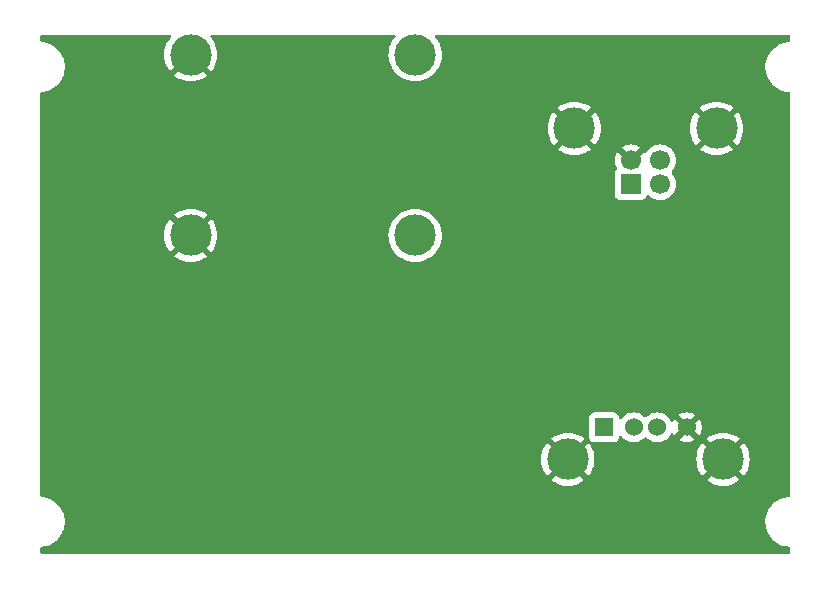
<source format=gtl>
%TF.GenerationSoftware,KiCad,Pcbnew,(6.0.9)*%
%TF.CreationDate,2023-04-03T22:02:57+03:00*%
%TF.ProjectId,USB_Power_Injector_2_Layer_V1.0,5553425f-506f-4776-9572-5f496e6a6563,rev?*%
%TF.SameCoordinates,PX70ea914PY7952f5c*%
%TF.FileFunction,Copper,L1,Top*%
%TF.FilePolarity,Positive*%
%FSLAX46Y46*%
G04 Gerber Fmt 4.6, Leading zero omitted, Abs format (unit mm)*
G04 Created by KiCad (PCBNEW (6.0.9)) date 2023-04-03 22:02:57*
%MOMM*%
%LPD*%
G01*
G04 APERTURE LIST*
%TA.AperFunction,ComponentPad*%
%ADD10R,1.524000X1.524000*%
%TD*%
%TA.AperFunction,ComponentPad*%
%ADD11C,1.524000*%
%TD*%
%TA.AperFunction,ComponentPad*%
%ADD12C,3.500000*%
%TD*%
%TA.AperFunction,ComponentPad*%
%ADD13R,1.700000X1.700000*%
%TD*%
%TA.AperFunction,ComponentPad*%
%ADD14C,1.700000*%
%TD*%
G04 APERTURE END LIST*
D10*
%TO.P,J4,1,VBUS*%
%TO.N,/USB_POWER*%
X47750020Y8000000D03*
D11*
%TO.P,J4,2,D-*%
%TO.N,/D_N*%
X50250020Y8000000D03*
%TO.P,J4,3,D+*%
%TO.N,/D_P*%
X52250020Y8000000D03*
%TO.P,J4,4,GND*%
%TO.N,GND*%
X54750020Y8000000D03*
D12*
%TO.P,J4,5,Shield*%
X57820020Y5290000D03*
X44680020Y5290000D03*
%TD*%
%TO.P,J2,1,Pin_1*%
%TO.N,GND*%
X12750020Y24250000D03*
X12750020Y39550000D03*
%TD*%
D13*
%TO.P,J3,1,VBUS*%
%TO.N,unconnected-(J3-Pad1)*%
X50000020Y28600000D03*
D14*
%TO.P,J3,2,D-*%
%TO.N,/D_N*%
X52500020Y28600000D03*
%TO.P,J3,3,D+*%
%TO.N,/D_P*%
X52500020Y30600000D03*
%TO.P,J3,4,GND*%
%TO.N,GND*%
X50000020Y30600000D03*
D12*
%TO.P,J3,5,Shield*%
X45230020Y33310000D03*
X57270020Y33310000D03*
%TD*%
%TO.P,J1,1,Pin_1*%
%TO.N,/USB_POWER*%
X31750020Y24250000D03*
X31750020Y39550000D03*
%TD*%
%TA.AperFunction,Conductor*%
%TO.N,GND*%
G36*
X11037815Y41229498D02*
G01*
X11084308Y41175842D01*
X11094412Y41105568D01*
X11064426Y41040423D01*
X10963870Y40925760D01*
X10958852Y40919221D01*
X10799576Y40680847D01*
X10795455Y40673710D01*
X10668653Y40416580D01*
X10665507Y40408985D01*
X10573350Y40137502D01*
X10571217Y40129542D01*
X10515286Y39848357D01*
X10514212Y39840199D01*
X10495462Y39554119D01*
X10495462Y39545881D01*
X10514212Y39259801D01*
X10515286Y39251643D01*
X10571217Y38970458D01*
X10573350Y38962498D01*
X10665507Y38691015D01*
X10668653Y38683420D01*
X10795455Y38426290D01*
X10799576Y38419153D01*
X10958851Y38180782D01*
X10963869Y38174242D01*
X10978480Y38157581D01*
X10991718Y38149184D01*
X11001485Y38155018D01*
X12660925Y39814458D01*
X12723237Y39848484D01*
X12794052Y39843419D01*
X12839115Y39814458D01*
X14496802Y38156771D01*
X14510563Y38149257D01*
X14519924Y38155715D01*
X14536171Y38174242D01*
X14541189Y38180782D01*
X14700464Y38419153D01*
X14704585Y38426290D01*
X14831387Y38683420D01*
X14834533Y38691015D01*
X14926690Y38962498D01*
X14928823Y38970458D01*
X14984754Y39251643D01*
X14985828Y39259801D01*
X15004578Y39545881D01*
X15004578Y39554119D01*
X14985828Y39840199D01*
X14984754Y39848357D01*
X14928823Y40129542D01*
X14926690Y40137502D01*
X14834533Y40408985D01*
X14831387Y40416580D01*
X14704585Y40673710D01*
X14700464Y40680847D01*
X14541188Y40919221D01*
X14536170Y40925760D01*
X14435614Y41040423D01*
X14405737Y41104827D01*
X14415423Y41175160D01*
X14461596Y41229091D01*
X14530346Y41249500D01*
X29969029Y41249500D01*
X30037150Y41229498D01*
X30083643Y41175842D01*
X30093747Y41105568D01*
X30063761Y41040422D01*
X29960747Y40922957D01*
X29796848Y40677664D01*
X29795024Y40673965D01*
X29795021Y40673960D01*
X29672179Y40424861D01*
X29666368Y40413077D01*
X29665045Y40409179D01*
X29665044Y40409177D01*
X29573220Y40138673D01*
X29571539Y40133722D01*
X29570735Y40129678D01*
X29570733Y40129672D01*
X29532405Y39936980D01*
X29513986Y39844380D01*
X29513717Y39840269D01*
X29513716Y39840265D01*
X29504385Y39697900D01*
X29494691Y39550000D01*
X29513986Y39255620D01*
X29514790Y39251580D01*
X29514790Y39251577D01*
X29570708Y38970458D01*
X29571539Y38966278D01*
X29572865Y38962372D01*
X29572866Y38962368D01*
X29590000Y38911893D01*
X29666368Y38686923D01*
X29668189Y38683230D01*
X29668190Y38683228D01*
X29764641Y38487646D01*
X29796848Y38422336D01*
X29960747Y38177043D01*
X29963461Y38173949D01*
X29963465Y38173943D01*
X30077765Y38043610D01*
X30155262Y37955242D01*
X30158351Y37952533D01*
X30373963Y37763445D01*
X30373969Y37763441D01*
X30377063Y37760727D01*
X30380489Y37758438D01*
X30380494Y37758434D01*
X30564559Y37635446D01*
X30622355Y37596828D01*
X30626054Y37595004D01*
X30626059Y37595001D01*
X30882309Y37468633D01*
X30886943Y37466348D01*
X30890841Y37465025D01*
X30890843Y37465024D01*
X31162388Y37372846D01*
X31162392Y37372845D01*
X31166298Y37371519D01*
X31170342Y37370715D01*
X31170348Y37370713D01*
X31451597Y37314770D01*
X31451600Y37314770D01*
X31455640Y37313966D01*
X31459751Y37313697D01*
X31459755Y37313696D01*
X31745901Y37294941D01*
X31750020Y37294671D01*
X31754139Y37294941D01*
X32040285Y37313696D01*
X32040289Y37313697D01*
X32044400Y37313966D01*
X32048440Y37314770D01*
X32048443Y37314770D01*
X32329692Y37370713D01*
X32329698Y37370715D01*
X32333742Y37371519D01*
X32337648Y37372845D01*
X32337652Y37372846D01*
X32609197Y37465024D01*
X32609199Y37465025D01*
X32613097Y37466348D01*
X32617731Y37468633D01*
X32873981Y37595001D01*
X32873986Y37595004D01*
X32877685Y37596828D01*
X32935481Y37635446D01*
X33119546Y37758434D01*
X33119551Y37758438D01*
X33122977Y37760727D01*
X33126071Y37763441D01*
X33126077Y37763445D01*
X33341689Y37952533D01*
X33344778Y37955242D01*
X33422275Y38043610D01*
X33536575Y38173943D01*
X33536579Y38173949D01*
X33539293Y38177043D01*
X33703192Y38422336D01*
X33735400Y38487646D01*
X33831850Y38683228D01*
X33831851Y38683230D01*
X33833672Y38686923D01*
X33910040Y38911893D01*
X33927174Y38962368D01*
X33927175Y38962372D01*
X33928501Y38966278D01*
X33929333Y38970458D01*
X33985250Y39251577D01*
X33985250Y39251580D01*
X33986054Y39255620D01*
X34005349Y39550000D01*
X33995655Y39697900D01*
X33986324Y39840265D01*
X33986323Y39840269D01*
X33986054Y39844380D01*
X33967635Y39936980D01*
X33929307Y40129672D01*
X33929305Y40129678D01*
X33928501Y40133722D01*
X33926821Y40138673D01*
X33834996Y40409177D01*
X33834995Y40409179D01*
X33833672Y40413077D01*
X33827861Y40424861D01*
X33705019Y40673960D01*
X33705016Y40673965D01*
X33703192Y40677664D01*
X33539293Y40922957D01*
X33436279Y41040422D01*
X33406402Y41104827D01*
X33416088Y41175159D01*
X33462261Y41229091D01*
X33531011Y41249500D01*
X63402700Y41249500D01*
X63470821Y41229498D01*
X63517314Y41175842D01*
X63528700Y41123500D01*
X63528700Y40725066D01*
X63508698Y40656945D01*
X63455042Y40610452D01*
X63411270Y40599358D01*
X63218560Y40586220D01*
X63218554Y40586219D01*
X63214283Y40585928D01*
X63210088Y40585059D01*
X63210086Y40585059D01*
X63074058Y40556889D01*
X62933834Y40527850D01*
X62663862Y40432248D01*
X62409362Y40300891D01*
X62405861Y40298430D01*
X62405857Y40298428D01*
X62178549Y40138673D01*
X62178543Y40138668D01*
X62175044Y40136209D01*
X62096201Y40062943D01*
X61988452Y39962817D01*
X61965244Y39941251D01*
X61962530Y39937935D01*
X61962527Y39937932D01*
X61949276Y39921742D01*
X61783843Y39719623D01*
X61634200Y39475427D01*
X61632473Y39471493D01*
X61632472Y39471491D01*
X61625600Y39455835D01*
X61519082Y39213182D01*
X61440620Y38937739D01*
X61400266Y38654196D01*
X61398767Y38367800D01*
X61399326Y38363556D01*
X61399326Y38363552D01*
X61415719Y38239031D01*
X61436149Y38083851D01*
X61511722Y37807602D01*
X61513406Y37803654D01*
X61600647Y37599122D01*
X61624088Y37544165D01*
X61771166Y37298415D01*
X61773850Y37295064D01*
X61773852Y37295062D01*
X61782690Y37284031D01*
X61950235Y37074900D01*
X62157982Y36877755D01*
X62390563Y36710629D01*
X62643673Y36576614D01*
X62912630Y36478190D01*
X63192456Y36417178D01*
X63231921Y36414072D01*
X63412586Y36399853D01*
X63478927Y36374567D01*
X63521067Y36317429D01*
X63528700Y36274241D01*
X63528700Y2225066D01*
X63508698Y2156945D01*
X63455042Y2110452D01*
X63411270Y2099358D01*
X63218560Y2086220D01*
X63218554Y2086219D01*
X63214283Y2085928D01*
X63210088Y2085059D01*
X63210086Y2085059D01*
X63074058Y2056889D01*
X62933834Y2027850D01*
X62663862Y1932248D01*
X62409362Y1800891D01*
X62405861Y1798430D01*
X62405857Y1798428D01*
X62178549Y1638673D01*
X62178543Y1638668D01*
X62175044Y1636209D01*
X61965244Y1441251D01*
X61962530Y1437935D01*
X61962527Y1437932D01*
X61949276Y1421742D01*
X61783843Y1219623D01*
X61634200Y975427D01*
X61632473Y971493D01*
X61632472Y971491D01*
X61625600Y955835D01*
X61519082Y713182D01*
X61440620Y437739D01*
X61400266Y154196D01*
X61398767Y-132200D01*
X61399326Y-136444D01*
X61399326Y-136448D01*
X61415719Y-260969D01*
X61436149Y-416149D01*
X61511722Y-692398D01*
X61513406Y-696346D01*
X61603730Y-908106D01*
X61624088Y-955835D01*
X61771166Y-1201585D01*
X61950235Y-1425100D01*
X62157982Y-1622245D01*
X62390563Y-1789371D01*
X62643673Y-1923386D01*
X62912630Y-2021810D01*
X63192456Y-2082822D01*
X63231921Y-2085928D01*
X63412586Y-2100147D01*
X63478927Y-2125433D01*
X63521067Y-2182571D01*
X63528700Y-2225759D01*
X63528700Y-2623500D01*
X63508698Y-2691621D01*
X63455042Y-2738114D01*
X63402700Y-2749500D01*
X154700Y-2749500D01*
X86579Y-2729498D01*
X40086Y-2675842D01*
X28700Y-2623500D01*
X28700Y-2221155D01*
X48702Y-2153034D01*
X102358Y-2106541D01*
X146130Y-2095447D01*
X281480Y-2086220D01*
X281486Y-2086219D01*
X285757Y-2085928D01*
X289952Y-2085059D01*
X289954Y-2085059D01*
X425981Y-2056889D01*
X566206Y-2027850D01*
X836178Y-1932248D01*
X1090678Y-1800891D01*
X1094179Y-1798430D01*
X1094183Y-1798428D01*
X1321491Y-1638673D01*
X1321497Y-1638668D01*
X1324996Y-1636209D01*
X1403839Y-1562943D01*
X1531653Y-1444172D01*
X1531656Y-1444169D01*
X1534796Y-1441251D01*
X1545595Y-1428058D01*
X1713481Y-1222941D01*
X1716197Y-1219623D01*
X1865840Y-975427D01*
X1872822Y-959522D01*
X1979234Y-717110D01*
X1979235Y-717106D01*
X1980958Y-713182D01*
X2059420Y-437739D01*
X2099774Y-154196D01*
X2101273Y132200D01*
X2099215Y147837D01*
X2082129Y277612D01*
X2063891Y416149D01*
X1988318Y692398D01*
X1875952Y955835D01*
X1728874Y1201585D01*
X1549805Y1425100D01*
X1342058Y1622245D01*
X1109477Y1789371D01*
X856367Y1923386D01*
X587410Y2021810D01*
X307584Y2082822D01*
X144812Y2095633D01*
X78473Y2120917D01*
X36333Y2178055D01*
X28700Y2221244D01*
X28700Y3529457D01*
X43279277Y3529457D01*
X43285735Y3520096D01*
X43304262Y3503849D01*
X43310802Y3498831D01*
X43549173Y3339556D01*
X43556310Y3335435D01*
X43813440Y3208633D01*
X43821035Y3205487D01*
X44092518Y3113330D01*
X44100478Y3111197D01*
X44381663Y3055266D01*
X44389821Y3054192D01*
X44675901Y3035442D01*
X44684139Y3035442D01*
X44970219Y3054192D01*
X44978377Y3055266D01*
X45259562Y3111197D01*
X45267522Y3113330D01*
X45539005Y3205487D01*
X45546600Y3208633D01*
X45803730Y3335435D01*
X45810867Y3339556D01*
X46049238Y3498831D01*
X46055778Y3503849D01*
X46072439Y3518460D01*
X46079415Y3529457D01*
X56419277Y3529457D01*
X56425735Y3520096D01*
X56444262Y3503849D01*
X56450802Y3498831D01*
X56689173Y3339556D01*
X56696310Y3335435D01*
X56953440Y3208633D01*
X56961035Y3205487D01*
X57232518Y3113330D01*
X57240478Y3111197D01*
X57521663Y3055266D01*
X57529821Y3054192D01*
X57815901Y3035442D01*
X57824139Y3035442D01*
X58110219Y3054192D01*
X58118377Y3055266D01*
X58399562Y3111197D01*
X58407522Y3113330D01*
X58679005Y3205487D01*
X58686600Y3208633D01*
X58943730Y3335435D01*
X58950867Y3339556D01*
X59189238Y3498831D01*
X59195778Y3503849D01*
X59212439Y3518460D01*
X59220836Y3531698D01*
X59215002Y3541465D01*
X57832832Y4923635D01*
X57818888Y4931249D01*
X57817055Y4931118D01*
X57810440Y4926867D01*
X56426791Y3543218D01*
X56419277Y3529457D01*
X46079415Y3529457D01*
X46080836Y3531698D01*
X46075002Y3541465D01*
X44692832Y4923635D01*
X44678888Y4931249D01*
X44677055Y4931118D01*
X44670440Y4926867D01*
X43286791Y3543218D01*
X43279277Y3529457D01*
X28700Y3529457D01*
X28700Y5285881D01*
X42425462Y5285881D01*
X42444212Y4999801D01*
X42445286Y4991643D01*
X42501217Y4710458D01*
X42503350Y4702498D01*
X42595507Y4431015D01*
X42598653Y4423420D01*
X42725455Y4166290D01*
X42729576Y4159153D01*
X42888851Y3920782D01*
X42893869Y3914242D01*
X42908480Y3897581D01*
X42921718Y3889184D01*
X42931485Y3895018D01*
X44313655Y5277188D01*
X44320033Y5288868D01*
X45038771Y5288868D01*
X45038902Y5287035D01*
X45043153Y5280420D01*
X46426802Y3896771D01*
X46440563Y3889257D01*
X46449924Y3895715D01*
X46466171Y3914242D01*
X46471189Y3920782D01*
X46630464Y4159153D01*
X46634585Y4166290D01*
X46761387Y4423420D01*
X46764533Y4431015D01*
X46856690Y4702498D01*
X46858823Y4710458D01*
X46914754Y4991643D01*
X46915828Y4999801D01*
X46934578Y5285881D01*
X55565462Y5285881D01*
X55584212Y4999801D01*
X55585286Y4991643D01*
X55641217Y4710458D01*
X55643350Y4702498D01*
X55735507Y4431015D01*
X55738653Y4423420D01*
X55865455Y4166290D01*
X55869576Y4159153D01*
X56028851Y3920782D01*
X56033869Y3914242D01*
X56048480Y3897581D01*
X56061718Y3889184D01*
X56071485Y3895018D01*
X57453655Y5277188D01*
X57460033Y5288868D01*
X58178771Y5288868D01*
X58178902Y5287035D01*
X58183153Y5280420D01*
X59566802Y3896771D01*
X59580563Y3889257D01*
X59589924Y3895715D01*
X59606171Y3914242D01*
X59611189Y3920782D01*
X59770464Y4159153D01*
X59774585Y4166290D01*
X59901387Y4423420D01*
X59904533Y4431015D01*
X59996690Y4702498D01*
X59998823Y4710458D01*
X60054754Y4991643D01*
X60055828Y4999801D01*
X60074578Y5285881D01*
X60074578Y5294119D01*
X60055828Y5580199D01*
X60054754Y5588357D01*
X59998823Y5869542D01*
X59996690Y5877502D01*
X59904533Y6148985D01*
X59901387Y6156580D01*
X59774585Y6413710D01*
X59770464Y6420847D01*
X59611189Y6659218D01*
X59606171Y6665758D01*
X59591560Y6682419D01*
X59578322Y6690816D01*
X59568555Y6684982D01*
X58186385Y5302812D01*
X58178771Y5288868D01*
X57460033Y5288868D01*
X57461269Y5291132D01*
X57461138Y5292965D01*
X57456887Y5299580D01*
X56073238Y6683229D01*
X56059477Y6690743D01*
X56050116Y6684285D01*
X56033869Y6665758D01*
X56028851Y6659218D01*
X55869576Y6420847D01*
X55865455Y6413710D01*
X55738653Y6156580D01*
X55735507Y6148985D01*
X55643350Y5877502D01*
X55641217Y5869542D01*
X55585286Y5588357D01*
X55584212Y5580199D01*
X55565462Y5294119D01*
X55565462Y5285881D01*
X46934578Y5285881D01*
X46934578Y5294119D01*
X46915828Y5580199D01*
X46914754Y5588357D01*
X46858823Y5869542D01*
X46856690Y5877502D01*
X46764533Y6148985D01*
X46761387Y6156580D01*
X46634585Y6413710D01*
X46630464Y6420847D01*
X46471189Y6659218D01*
X46466171Y6665758D01*
X46451560Y6682419D01*
X46438322Y6690816D01*
X46428555Y6684982D01*
X45046385Y5302812D01*
X45038771Y5288868D01*
X44320033Y5288868D01*
X44321269Y5291132D01*
X44321138Y5292965D01*
X44316887Y5299580D01*
X42933238Y6683229D01*
X42919477Y6690743D01*
X42910116Y6684285D01*
X42893869Y6665758D01*
X42888851Y6659218D01*
X42729576Y6420847D01*
X42725455Y6413710D01*
X42598653Y6156580D01*
X42595507Y6148985D01*
X42503350Y5877502D01*
X42501217Y5869542D01*
X42445286Y5588357D01*
X42444212Y5580199D01*
X42425462Y5294119D01*
X42425462Y5285881D01*
X28700Y5285881D01*
X28700Y7048302D01*
X43279204Y7048302D01*
X43285038Y7038535D01*
X44667208Y5656365D01*
X44681152Y5648751D01*
X44682985Y5648882D01*
X44689600Y5653133D01*
X46073249Y7036782D01*
X46080763Y7050543D01*
X46074305Y7059904D01*
X46055778Y7076151D01*
X46049238Y7081169D01*
X45810867Y7240444D01*
X45803730Y7244565D01*
X45546600Y7371367D01*
X45539005Y7374513D01*
X45267522Y7466670D01*
X45259562Y7468803D01*
X44978377Y7524734D01*
X44970219Y7525808D01*
X44684139Y7544558D01*
X44675901Y7544558D01*
X44389821Y7525808D01*
X44381663Y7524734D01*
X44100478Y7468803D01*
X44092518Y7466670D01*
X43821035Y7374513D01*
X43813440Y7371367D01*
X43556310Y7244565D01*
X43549173Y7240444D01*
X43310802Y7081169D01*
X43304262Y7076151D01*
X43287601Y7061540D01*
X43279204Y7048302D01*
X28700Y7048302D01*
X28700Y8809377D01*
X46487520Y8809377D01*
X46487521Y7190624D01*
X46487890Y7187230D01*
X46487890Y7187224D01*
X46488514Y7181485D01*
X46494169Y7129420D01*
X46544494Y6995176D01*
X46549874Y6987997D01*
X46549876Y6987994D01*
X46587883Y6937282D01*
X46630474Y6880454D01*
X46637655Y6875072D01*
X46738014Y6799856D01*
X46738017Y6799854D01*
X46745196Y6794474D01*
X46834581Y6760966D01*
X46872045Y6746921D01*
X46872047Y6746921D01*
X46879440Y6744149D01*
X46887290Y6743296D01*
X46887291Y6743296D01*
X46937237Y6737870D01*
X46940643Y6737500D01*
X47749901Y6737500D01*
X48559396Y6737501D01*
X48562790Y6737870D01*
X48562796Y6737870D01*
X48612742Y6743295D01*
X48612746Y6743296D01*
X48620600Y6744149D01*
X48754844Y6794474D01*
X48762023Y6799854D01*
X48762026Y6799856D01*
X48862385Y6875072D01*
X48869566Y6880454D01*
X48912157Y6937282D01*
X48950164Y6987994D01*
X48950166Y6987997D01*
X48955546Y6995176D01*
X49005871Y7129420D01*
X49011640Y7182527D01*
X49038882Y7248089D01*
X49097244Y7288515D01*
X49168199Y7290971D01*
X49229217Y7254676D01*
X49240114Y7241193D01*
X49279194Y7185380D01*
X49435400Y7029174D01*
X49439908Y7026017D01*
X49439911Y7026015D01*
X49611231Y6906056D01*
X49616358Y6902466D01*
X49621340Y6900143D01*
X49621345Y6900140D01*
X49810576Y6811901D01*
X49816570Y6809106D01*
X49821878Y6807684D01*
X49821880Y6807683D01*
X49851091Y6799856D01*
X50029952Y6751930D01*
X50250020Y6732677D01*
X50470088Y6751930D01*
X50648949Y6799856D01*
X50678160Y6807683D01*
X50678162Y6807684D01*
X50683470Y6809106D01*
X50689464Y6811901D01*
X50878695Y6900140D01*
X50878700Y6900143D01*
X50883682Y6902466D01*
X50888809Y6906056D01*
X51060129Y7026015D01*
X51060132Y7026017D01*
X51064640Y7029174D01*
X51160925Y7125459D01*
X51223237Y7159485D01*
X51294052Y7154420D01*
X51339115Y7125459D01*
X51435400Y7029174D01*
X51439908Y7026017D01*
X51439911Y7026015D01*
X51611231Y6906056D01*
X51616358Y6902466D01*
X51621340Y6900143D01*
X51621345Y6900140D01*
X51810576Y6811901D01*
X51816570Y6809106D01*
X51821878Y6807684D01*
X51821880Y6807683D01*
X51851091Y6799856D01*
X52029952Y6751930D01*
X52250020Y6732677D01*
X52470088Y6751930D01*
X52648949Y6799856D01*
X52678160Y6807683D01*
X52678162Y6807684D01*
X52683470Y6809106D01*
X52689464Y6811901D01*
X52878695Y6900140D01*
X52878700Y6900143D01*
X52883682Y6902466D01*
X52888809Y6906056D01*
X52950562Y6949296D01*
X54058213Y6949296D01*
X54067508Y6937282D01*
X54112104Y6906056D01*
X54121590Y6900578D01*
X54311760Y6811901D01*
X54322052Y6808155D01*
X54524724Y6753849D01*
X54535519Y6751946D01*
X54744545Y6733658D01*
X54755495Y6733658D01*
X54964521Y6751946D01*
X54975316Y6753849D01*
X55177988Y6808155D01*
X55188280Y6811901D01*
X55378450Y6900578D01*
X55387936Y6906056D01*
X55433367Y6937866D01*
X55441743Y6948345D01*
X55434677Y6961789D01*
X55348164Y7048302D01*
X56419204Y7048302D01*
X56425038Y7038535D01*
X57807208Y5656365D01*
X57821152Y5648751D01*
X57822985Y5648882D01*
X57829600Y5653133D01*
X59213249Y7036782D01*
X59220763Y7050543D01*
X59214305Y7059904D01*
X59195778Y7076151D01*
X59189238Y7081169D01*
X58950867Y7240444D01*
X58943730Y7244565D01*
X58686600Y7371367D01*
X58679005Y7374513D01*
X58407522Y7466670D01*
X58399562Y7468803D01*
X58118377Y7524734D01*
X58110219Y7525808D01*
X57824139Y7544558D01*
X57815901Y7544558D01*
X57529821Y7525808D01*
X57521663Y7524734D01*
X57240478Y7468803D01*
X57232518Y7466670D01*
X56961035Y7374513D01*
X56953440Y7371367D01*
X56696310Y7244565D01*
X56689173Y7240444D01*
X56450802Y7081169D01*
X56444262Y7076151D01*
X56427601Y7061540D01*
X56419204Y7048302D01*
X55348164Y7048302D01*
X54762831Y7633636D01*
X54748888Y7641249D01*
X54747054Y7641118D01*
X54740440Y7636867D01*
X54064640Y6961066D01*
X54058213Y6949296D01*
X52950562Y6949296D01*
X53060129Y7026015D01*
X53060132Y7026017D01*
X53064640Y7029174D01*
X53220846Y7185380D01*
X53347554Y7366339D01*
X53386101Y7449003D01*
X53433018Y7502288D01*
X53501296Y7521749D01*
X53569256Y7501207D01*
X53614491Y7449003D01*
X53650595Y7371577D01*
X53656078Y7362081D01*
X53687888Y7316652D01*
X53698365Y7308277D01*
X53711813Y7315346D01*
X54383655Y7987188D01*
X54390033Y7998868D01*
X55108771Y7998868D01*
X55108902Y7997035D01*
X55113153Y7990420D01*
X55788949Y7314624D01*
X55800724Y7308194D01*
X55812739Y7317490D01*
X55843962Y7362081D01*
X55849445Y7371577D01*
X55938119Y7561740D01*
X55941865Y7572032D01*
X55996171Y7774704D01*
X55998074Y7785499D01*
X56016362Y7994525D01*
X56016362Y8005475D01*
X55998074Y8214501D01*
X55996171Y8225296D01*
X55941865Y8427968D01*
X55938119Y8438260D01*
X55849445Y8628423D01*
X55843962Y8637919D01*
X55812152Y8683348D01*
X55801675Y8691723D01*
X55788227Y8684654D01*
X55116385Y8012812D01*
X55108771Y7998868D01*
X54390033Y7998868D01*
X54391269Y8001132D01*
X54391138Y8002965D01*
X54386887Y8009580D01*
X53711091Y8685376D01*
X53699316Y8691806D01*
X53687301Y8682510D01*
X53656078Y8637919D01*
X53650595Y8628423D01*
X53614491Y8550997D01*
X53567573Y8497712D01*
X53499296Y8478251D01*
X53431336Y8498793D01*
X53386101Y8550997D01*
X53349877Y8628680D01*
X53349875Y8628683D01*
X53347554Y8633661D01*
X53220846Y8814620D01*
X53064640Y8970826D01*
X53060132Y8973983D01*
X53060129Y8973985D01*
X52949204Y9051655D01*
X54058297Y9051655D01*
X54065366Y9038207D01*
X54737208Y8366365D01*
X54751152Y8358751D01*
X54752985Y8358882D01*
X54759600Y8363133D01*
X55435400Y9038934D01*
X55441827Y9050704D01*
X55432532Y9062718D01*
X55387936Y9093944D01*
X55378450Y9099422D01*
X55188280Y9188099D01*
X55177988Y9191845D01*
X54975316Y9246151D01*
X54964521Y9248054D01*
X54755495Y9266342D01*
X54744545Y9266342D01*
X54535519Y9248054D01*
X54524724Y9246151D01*
X54322052Y9191845D01*
X54311760Y9188099D01*
X54121597Y9099425D01*
X54112101Y9093942D01*
X54066672Y9062132D01*
X54058297Y9051655D01*
X52949204Y9051655D01*
X52888191Y9094377D01*
X52888188Y9094379D01*
X52883682Y9097534D01*
X52878700Y9099857D01*
X52878695Y9099860D01*
X52688452Y9188571D01*
X52688451Y9188571D01*
X52683470Y9190894D01*
X52678162Y9192316D01*
X52678160Y9192317D01*
X52612768Y9209839D01*
X52470088Y9248070D01*
X52250020Y9267323D01*
X52029952Y9248070D01*
X51887272Y9209839D01*
X51821880Y9192317D01*
X51821878Y9192316D01*
X51816570Y9190894D01*
X51811589Y9188572D01*
X51811588Y9188571D01*
X51621340Y9099857D01*
X51621337Y9099855D01*
X51616359Y9097534D01*
X51435400Y8970826D01*
X51339115Y8874541D01*
X51276803Y8840515D01*
X51205988Y8845580D01*
X51160925Y8874541D01*
X51064640Y8970826D01*
X51060132Y8973983D01*
X51060129Y8973985D01*
X50888191Y9094377D01*
X50888188Y9094379D01*
X50883682Y9097534D01*
X50878700Y9099857D01*
X50878695Y9099860D01*
X50688452Y9188571D01*
X50688451Y9188571D01*
X50683470Y9190894D01*
X50678162Y9192316D01*
X50678160Y9192317D01*
X50612768Y9209839D01*
X50470088Y9248070D01*
X50250020Y9267323D01*
X50029952Y9248070D01*
X49887272Y9209839D01*
X49821880Y9192317D01*
X49821878Y9192316D01*
X49816570Y9190894D01*
X49811589Y9188572D01*
X49811588Y9188571D01*
X49621340Y9099857D01*
X49621337Y9099855D01*
X49616359Y9097534D01*
X49435400Y8970826D01*
X49279194Y8814620D01*
X49269241Y8800405D01*
X49240115Y8758809D01*
X49184657Y8714481D01*
X49114038Y8707172D01*
X49050678Y8739203D01*
X49014693Y8800405D01*
X49011639Y8817475D01*
X49006725Y8862721D01*
X49006724Y8862724D01*
X49005871Y8870580D01*
X48955546Y9004824D01*
X48950166Y9012003D01*
X48950164Y9012006D01*
X48874948Y9112365D01*
X48869566Y9119546D01*
X48778097Y9188099D01*
X48762026Y9200144D01*
X48762023Y9200146D01*
X48754844Y9205526D01*
X48641399Y9248054D01*
X48627995Y9253079D01*
X48627993Y9253079D01*
X48620600Y9255851D01*
X48612750Y9256704D01*
X48612749Y9256704D01*
X48562794Y9262131D01*
X48562793Y9262131D01*
X48559397Y9262500D01*
X47750139Y9262500D01*
X46940644Y9262499D01*
X46937250Y9262130D01*
X46937244Y9262130D01*
X46887298Y9256705D01*
X46887294Y9256704D01*
X46879440Y9255851D01*
X46745196Y9205526D01*
X46738017Y9200146D01*
X46738014Y9200144D01*
X46721943Y9188099D01*
X46630474Y9119546D01*
X46625092Y9112365D01*
X46549876Y9012006D01*
X46549874Y9012003D01*
X46544494Y9004824D01*
X46494169Y8870580D01*
X46487520Y8809377D01*
X28700Y8809377D01*
X28700Y22489457D01*
X11349277Y22489457D01*
X11355735Y22480096D01*
X11374262Y22463849D01*
X11380802Y22458831D01*
X11619173Y22299556D01*
X11626310Y22295435D01*
X11883440Y22168633D01*
X11891035Y22165487D01*
X12162518Y22073330D01*
X12170478Y22071197D01*
X12451663Y22015266D01*
X12459821Y22014192D01*
X12745901Y21995442D01*
X12754139Y21995442D01*
X13040219Y22014192D01*
X13048377Y22015266D01*
X13329562Y22071197D01*
X13337522Y22073330D01*
X13609005Y22165487D01*
X13616600Y22168633D01*
X13873730Y22295435D01*
X13880867Y22299556D01*
X14119238Y22458831D01*
X14125778Y22463849D01*
X14142439Y22478460D01*
X14150836Y22491698D01*
X14145002Y22501465D01*
X12762832Y23883635D01*
X12748888Y23891249D01*
X12747055Y23891118D01*
X12740440Y23886867D01*
X11356791Y22503218D01*
X11349277Y22489457D01*
X28700Y22489457D01*
X28700Y24245881D01*
X10495462Y24245881D01*
X10514212Y23959801D01*
X10515286Y23951643D01*
X10571217Y23670458D01*
X10573350Y23662498D01*
X10665507Y23391015D01*
X10668653Y23383420D01*
X10795455Y23126290D01*
X10799576Y23119153D01*
X10958851Y22880782D01*
X10963869Y22874242D01*
X10978480Y22857581D01*
X10991718Y22849184D01*
X11001485Y22855018D01*
X12383655Y24237188D01*
X12390033Y24248868D01*
X13108771Y24248868D01*
X13108902Y24247035D01*
X13113153Y24240420D01*
X14496802Y22856771D01*
X14510563Y22849257D01*
X14519924Y22855715D01*
X14536171Y22874242D01*
X14541189Y22880782D01*
X14700464Y23119153D01*
X14704585Y23126290D01*
X14831387Y23383420D01*
X14834533Y23391015D01*
X14926690Y23662498D01*
X14928823Y23670458D01*
X14984754Y23951643D01*
X14985828Y23959801D01*
X15004578Y24245881D01*
X15004578Y24250000D01*
X29494691Y24250000D01*
X29513986Y23955620D01*
X29514790Y23951580D01*
X29514790Y23951577D01*
X29570708Y23670458D01*
X29571539Y23666278D01*
X29666368Y23386923D01*
X29796848Y23122336D01*
X29960747Y22877043D01*
X29963461Y22873949D01*
X29963465Y22873943D01*
X30152553Y22658331D01*
X30155262Y22655242D01*
X30158351Y22652533D01*
X30373963Y22463445D01*
X30373969Y22463441D01*
X30377063Y22460727D01*
X30380489Y22458438D01*
X30380494Y22458434D01*
X30564559Y22335446D01*
X30622355Y22296828D01*
X30626054Y22295004D01*
X30626059Y22295001D01*
X30882309Y22168633D01*
X30886943Y22166348D01*
X30890841Y22165025D01*
X30890843Y22165024D01*
X31162388Y22072846D01*
X31162392Y22072845D01*
X31166298Y22071519D01*
X31170342Y22070715D01*
X31170348Y22070713D01*
X31451597Y22014770D01*
X31451600Y22014770D01*
X31455640Y22013966D01*
X31459751Y22013697D01*
X31459755Y22013696D01*
X31745901Y21994941D01*
X31750020Y21994671D01*
X31754139Y21994941D01*
X32040285Y22013696D01*
X32040289Y22013697D01*
X32044400Y22013966D01*
X32048440Y22014770D01*
X32048443Y22014770D01*
X32329692Y22070713D01*
X32329698Y22070715D01*
X32333742Y22071519D01*
X32337648Y22072845D01*
X32337652Y22072846D01*
X32609197Y22165024D01*
X32609199Y22165025D01*
X32613097Y22166348D01*
X32617731Y22168633D01*
X32873981Y22295001D01*
X32873986Y22295004D01*
X32877685Y22296828D01*
X32935481Y22335446D01*
X33119546Y22458434D01*
X33119551Y22458438D01*
X33122977Y22460727D01*
X33126071Y22463441D01*
X33126077Y22463445D01*
X33341689Y22652533D01*
X33344778Y22655242D01*
X33347487Y22658331D01*
X33536575Y22873943D01*
X33536579Y22873949D01*
X33539293Y22877043D01*
X33703192Y23122336D01*
X33833672Y23386923D01*
X33928501Y23666278D01*
X33929333Y23670458D01*
X33985250Y23951577D01*
X33985250Y23951580D01*
X33986054Y23955620D01*
X34005349Y24250000D01*
X33986054Y24544380D01*
X33973224Y24608882D01*
X33929307Y24829672D01*
X33929305Y24829678D01*
X33928501Y24833722D01*
X33833672Y25113077D01*
X33703192Y25377664D01*
X33539293Y25622957D01*
X33536579Y25626051D01*
X33536575Y25626057D01*
X33347487Y25841669D01*
X33344778Y25844758D01*
X33158293Y26008302D01*
X33126077Y26036555D01*
X33126071Y26036559D01*
X33122977Y26039273D01*
X33119547Y26041565D01*
X33119546Y26041566D01*
X32881118Y26200878D01*
X32877685Y26203172D01*
X32873986Y26204996D01*
X32873981Y26204999D01*
X32616792Y26331830D01*
X32616790Y26331831D01*
X32613097Y26333652D01*
X32609197Y26334976D01*
X32337652Y26427154D01*
X32337648Y26427155D01*
X32333742Y26428481D01*
X32329698Y26429285D01*
X32329692Y26429287D01*
X32048443Y26485230D01*
X32048440Y26485230D01*
X32044400Y26486034D01*
X32040289Y26486303D01*
X32040285Y26486304D01*
X31754139Y26505059D01*
X31750020Y26505329D01*
X31745901Y26505059D01*
X31459755Y26486304D01*
X31459751Y26486303D01*
X31455640Y26486034D01*
X31451600Y26485230D01*
X31451597Y26485230D01*
X31170348Y26429287D01*
X31170342Y26429285D01*
X31166298Y26428481D01*
X31162392Y26427155D01*
X31162388Y26427154D01*
X30890843Y26334976D01*
X30886943Y26333652D01*
X30883250Y26331831D01*
X30883248Y26331830D01*
X30626060Y26204999D01*
X30626055Y26204996D01*
X30622356Y26203172D01*
X30377063Y26039273D01*
X30373969Y26036559D01*
X30373963Y26036555D01*
X30341747Y26008302D01*
X30155262Y25844758D01*
X30152553Y25841669D01*
X29963465Y25626057D01*
X29963461Y25626051D01*
X29960747Y25622957D01*
X29796848Y25377664D01*
X29666368Y25113077D01*
X29571539Y24833722D01*
X29570735Y24829678D01*
X29570733Y24829672D01*
X29526816Y24608882D01*
X29513986Y24544380D01*
X29494691Y24250000D01*
X15004578Y24250000D01*
X15004578Y24254119D01*
X14985828Y24540199D01*
X14984754Y24548357D01*
X14928823Y24829542D01*
X14926690Y24837502D01*
X14834533Y25108985D01*
X14831387Y25116580D01*
X14704585Y25373710D01*
X14700464Y25380847D01*
X14541189Y25619218D01*
X14536171Y25625758D01*
X14521560Y25642419D01*
X14508322Y25650816D01*
X14498555Y25644982D01*
X13116385Y24262812D01*
X13108771Y24248868D01*
X12390033Y24248868D01*
X12391269Y24251132D01*
X12391138Y24252965D01*
X12386887Y24259580D01*
X11003238Y25643229D01*
X10989477Y25650743D01*
X10980116Y25644285D01*
X10963869Y25625758D01*
X10958851Y25619218D01*
X10799576Y25380847D01*
X10795455Y25373710D01*
X10668653Y25116580D01*
X10665507Y25108985D01*
X10573350Y24837502D01*
X10571217Y24829542D01*
X10515286Y24548357D01*
X10514212Y24540199D01*
X10495462Y24254119D01*
X10495462Y24245881D01*
X28700Y24245881D01*
X28700Y26008302D01*
X11349204Y26008302D01*
X11355038Y25998535D01*
X12737208Y24616365D01*
X12751152Y24608751D01*
X12752985Y24608882D01*
X12759600Y24613133D01*
X14143249Y25996782D01*
X14150763Y26010543D01*
X14144305Y26019904D01*
X14125778Y26036151D01*
X14119238Y26041169D01*
X13880867Y26200444D01*
X13873730Y26204565D01*
X13616600Y26331367D01*
X13609005Y26334513D01*
X13337522Y26426670D01*
X13329562Y26428803D01*
X13048377Y26484734D01*
X13040219Y26485808D01*
X12754139Y26504558D01*
X12745901Y26504558D01*
X12459821Y26485808D01*
X12451663Y26484734D01*
X12170478Y26428803D01*
X12162518Y26426670D01*
X11891035Y26334513D01*
X11883440Y26331367D01*
X11626310Y26204565D01*
X11619173Y26200444D01*
X11380802Y26041169D01*
X11374262Y26036151D01*
X11357601Y26021540D01*
X11349204Y26008302D01*
X28700Y26008302D01*
X28700Y30594525D01*
X48645342Y30594525D01*
X48664972Y30370159D01*
X48666875Y30359364D01*
X48725166Y30141819D01*
X48728912Y30131527D01*
X48815443Y29945962D01*
X48826104Y29875771D01*
X48797173Y29811068D01*
X48792474Y29807546D01*
X48787092Y29800365D01*
X48787091Y29800364D01*
X48711876Y29700006D01*
X48711874Y29700003D01*
X48706494Y29692824D01*
X48656169Y29558580D01*
X48649520Y29497377D01*
X48649521Y27702624D01*
X48649890Y27699230D01*
X48649890Y27699224D01*
X48655018Y27652021D01*
X48656169Y27641420D01*
X48706494Y27507176D01*
X48711874Y27499997D01*
X48711876Y27499994D01*
X48769102Y27423639D01*
X48792474Y27392454D01*
X48799655Y27387072D01*
X48900014Y27311856D01*
X48900017Y27311854D01*
X48907196Y27306474D01*
X48996581Y27272966D01*
X49034045Y27258921D01*
X49034047Y27258921D01*
X49041440Y27256149D01*
X49049290Y27255296D01*
X49049291Y27255296D01*
X49099237Y27249870D01*
X49102643Y27249500D01*
X49999888Y27249500D01*
X50897396Y27249501D01*
X50900790Y27249870D01*
X50900796Y27249870D01*
X50950742Y27255295D01*
X50950746Y27255296D01*
X50958600Y27256149D01*
X51092844Y27306474D01*
X51100023Y27311854D01*
X51100026Y27311856D01*
X51200385Y27387072D01*
X51207566Y27392454D01*
X51230938Y27423639D01*
X51288164Y27499994D01*
X51288166Y27499997D01*
X51293546Y27507176D01*
X51331026Y27607155D01*
X51373667Y27663920D01*
X51440229Y27688620D01*
X51509577Y27673413D01*
X51538103Y27652021D01*
X51628619Y27561505D01*
X51633127Y27558348D01*
X51633130Y27558346D01*
X51817681Y27429122D01*
X51822190Y27425965D01*
X51827172Y27423642D01*
X51827177Y27423639D01*
X52031375Y27328420D01*
X52036357Y27326097D01*
X52041665Y27324675D01*
X52041667Y27324674D01*
X52259297Y27266361D01*
X52264612Y27264937D01*
X52500020Y27244341D01*
X52735428Y27264937D01*
X52740743Y27266361D01*
X52958373Y27324674D01*
X52958375Y27324675D01*
X52963683Y27326097D01*
X52968665Y27328420D01*
X53172863Y27423639D01*
X53172868Y27423642D01*
X53177850Y27425965D01*
X53182359Y27429122D01*
X53366910Y27558346D01*
X53366913Y27558348D01*
X53371421Y27561505D01*
X53538515Y27728599D01*
X53674055Y27922171D01*
X53773923Y28136337D01*
X53835083Y28364592D01*
X53855679Y28600000D01*
X53835083Y28835408D01*
X53773923Y29063663D01*
X53674055Y29277829D01*
X53538515Y29471401D01*
X53499011Y29510905D01*
X53464985Y29573217D01*
X53470050Y29644032D01*
X53499011Y29689095D01*
X53538515Y29728599D01*
X53674055Y29922171D01*
X53773923Y30136337D01*
X53835083Y30364592D01*
X53855679Y30600000D01*
X53835083Y30835408D01*
X53773923Y31063663D01*
X53769013Y31074192D01*
X53676378Y31272848D01*
X53676376Y31272851D01*
X53674055Y31277829D01*
X53538515Y31471401D01*
X53460459Y31549457D01*
X55869277Y31549457D01*
X55875735Y31540096D01*
X55894262Y31523849D01*
X55900802Y31518831D01*
X56139173Y31359556D01*
X56146310Y31355435D01*
X56403440Y31228633D01*
X56411035Y31225487D01*
X56682518Y31133330D01*
X56690478Y31131197D01*
X56971663Y31075266D01*
X56979821Y31074192D01*
X57265901Y31055442D01*
X57274139Y31055442D01*
X57560219Y31074192D01*
X57568377Y31075266D01*
X57849562Y31131197D01*
X57857522Y31133330D01*
X58129005Y31225487D01*
X58136600Y31228633D01*
X58393730Y31355435D01*
X58400867Y31359556D01*
X58639238Y31518831D01*
X58645778Y31523849D01*
X58662439Y31538460D01*
X58670836Y31551698D01*
X58665002Y31561465D01*
X57282832Y32943635D01*
X57268888Y32951249D01*
X57267055Y32951118D01*
X57260440Y32946867D01*
X55876791Y31563218D01*
X55869277Y31549457D01*
X53460459Y31549457D01*
X53371421Y31638495D01*
X53366913Y31641652D01*
X53366910Y31641654D01*
X53182359Y31770878D01*
X53182356Y31770880D01*
X53177850Y31774035D01*
X53172868Y31776358D01*
X53172863Y31776361D01*
X52968665Y31871580D01*
X52968664Y31871581D01*
X52963683Y31873903D01*
X52958375Y31875325D01*
X52958373Y31875326D01*
X52740743Y31933639D01*
X52740742Y31933639D01*
X52735428Y31935063D01*
X52500020Y31955659D01*
X52264612Y31935063D01*
X52259298Y31933639D01*
X52259297Y31933639D01*
X52041667Y31875326D01*
X52041665Y31875325D01*
X52036357Y31873903D01*
X52031377Y31871581D01*
X52031375Y31871580D01*
X51827172Y31776358D01*
X51827169Y31776356D01*
X51822191Y31774035D01*
X51628619Y31638495D01*
X51461525Y31471401D01*
X51352927Y31316306D01*
X51297471Y31271979D01*
X51226852Y31264670D01*
X51163491Y31296700D01*
X51146502Y31316307D01*
X51125337Y31346533D01*
X51114860Y31354908D01*
X51101412Y31347839D01*
X50089115Y30335542D01*
X50026803Y30301516D01*
X49955988Y30306581D01*
X49910925Y30335542D01*
X48897906Y31348561D01*
X48886131Y31354991D01*
X48874116Y31345695D01*
X48829577Y31282086D01*
X48824094Y31272591D01*
X48728912Y31068473D01*
X48725166Y31058181D01*
X48666875Y30840636D01*
X48664972Y30829841D01*
X48645342Y30605475D01*
X48645342Y30594525D01*
X28700Y30594525D01*
X28700Y31549457D01*
X43829277Y31549457D01*
X43835735Y31540096D01*
X43854262Y31523849D01*
X43860802Y31518831D01*
X44099173Y31359556D01*
X44106310Y31355435D01*
X44363440Y31228633D01*
X44371035Y31225487D01*
X44642518Y31133330D01*
X44650478Y31131197D01*
X44931663Y31075266D01*
X44939821Y31074192D01*
X45225901Y31055442D01*
X45234139Y31055442D01*
X45520219Y31074192D01*
X45528377Y31075266D01*
X45809562Y31131197D01*
X45817522Y31133330D01*
X46089005Y31225487D01*
X46096600Y31228633D01*
X46353730Y31355435D01*
X46360867Y31359556D01*
X46599238Y31518831D01*
X46605778Y31523849D01*
X46622439Y31538460D01*
X46630836Y31551698D01*
X46625002Y31561465D01*
X46471627Y31714840D01*
X49245112Y31714840D01*
X49252181Y31701392D01*
X49987208Y30966365D01*
X50001152Y30958751D01*
X50002985Y30958882D01*
X50009600Y30963133D01*
X50748581Y31702114D01*
X50755011Y31713889D01*
X50745715Y31725904D01*
X50682107Y31770443D01*
X50672612Y31775926D01*
X50468493Y31871108D01*
X50458201Y31874854D01*
X50240656Y31933145D01*
X50229861Y31935048D01*
X50005495Y31954678D01*
X49994545Y31954678D01*
X49770179Y31935048D01*
X49759384Y31933145D01*
X49541839Y31874854D01*
X49531547Y31871108D01*
X49327429Y31775926D01*
X49317934Y31770443D01*
X49253487Y31725317D01*
X49245112Y31714840D01*
X46471627Y31714840D01*
X45242832Y32943635D01*
X45228888Y32951249D01*
X45227055Y32951118D01*
X45220440Y32946867D01*
X43836791Y31563218D01*
X43829277Y31549457D01*
X28700Y31549457D01*
X28700Y33305881D01*
X42975462Y33305881D01*
X42994212Y33019801D01*
X42995286Y33011643D01*
X43051217Y32730458D01*
X43053350Y32722498D01*
X43145507Y32451015D01*
X43148653Y32443420D01*
X43275455Y32186290D01*
X43279576Y32179153D01*
X43438851Y31940782D01*
X43443869Y31934242D01*
X43458480Y31917581D01*
X43471718Y31909184D01*
X43481485Y31915018D01*
X44863655Y33297188D01*
X44870033Y33308868D01*
X45588771Y33308868D01*
X45588902Y33307035D01*
X45593153Y33300420D01*
X46976802Y31916771D01*
X46990563Y31909257D01*
X46999924Y31915715D01*
X47016171Y31934242D01*
X47021189Y31940782D01*
X47180464Y32179153D01*
X47184585Y32186290D01*
X47311387Y32443420D01*
X47314533Y32451015D01*
X47406690Y32722498D01*
X47408823Y32730458D01*
X47464754Y33011643D01*
X47465828Y33019801D01*
X47484578Y33305881D01*
X55015462Y33305881D01*
X55034212Y33019801D01*
X55035286Y33011643D01*
X55091217Y32730458D01*
X55093350Y32722498D01*
X55185507Y32451015D01*
X55188653Y32443420D01*
X55315455Y32186290D01*
X55319576Y32179153D01*
X55478851Y31940782D01*
X55483869Y31934242D01*
X55498480Y31917581D01*
X55511718Y31909184D01*
X55521485Y31915018D01*
X56903655Y33297188D01*
X56910033Y33308868D01*
X57628771Y33308868D01*
X57628902Y33307035D01*
X57633153Y33300420D01*
X59016802Y31916771D01*
X59030563Y31909257D01*
X59039924Y31915715D01*
X59056171Y31934242D01*
X59061189Y31940782D01*
X59220464Y32179153D01*
X59224585Y32186290D01*
X59351387Y32443420D01*
X59354533Y32451015D01*
X59446690Y32722498D01*
X59448823Y32730458D01*
X59504754Y33011643D01*
X59505828Y33019801D01*
X59524578Y33305881D01*
X59524578Y33314119D01*
X59505828Y33600199D01*
X59504754Y33608357D01*
X59448823Y33889542D01*
X59446690Y33897502D01*
X59354533Y34168985D01*
X59351387Y34176580D01*
X59224585Y34433710D01*
X59220464Y34440847D01*
X59061189Y34679218D01*
X59056171Y34685758D01*
X59041560Y34702419D01*
X59028322Y34710816D01*
X59018555Y34704982D01*
X57636385Y33322812D01*
X57628771Y33308868D01*
X56910033Y33308868D01*
X56911269Y33311132D01*
X56911138Y33312965D01*
X56906887Y33319580D01*
X55523238Y34703229D01*
X55509477Y34710743D01*
X55500116Y34704285D01*
X55483869Y34685758D01*
X55478851Y34679218D01*
X55319576Y34440847D01*
X55315455Y34433710D01*
X55188653Y34176580D01*
X55185507Y34168985D01*
X55093350Y33897502D01*
X55091217Y33889542D01*
X55035286Y33608357D01*
X55034212Y33600199D01*
X55015462Y33314119D01*
X55015462Y33305881D01*
X47484578Y33305881D01*
X47484578Y33314119D01*
X47465828Y33600199D01*
X47464754Y33608357D01*
X47408823Y33889542D01*
X47406690Y33897502D01*
X47314533Y34168985D01*
X47311387Y34176580D01*
X47184585Y34433710D01*
X47180464Y34440847D01*
X47021189Y34679218D01*
X47016171Y34685758D01*
X47001560Y34702419D01*
X46988322Y34710816D01*
X46978555Y34704982D01*
X45596385Y33322812D01*
X45588771Y33308868D01*
X44870033Y33308868D01*
X44871269Y33311132D01*
X44871138Y33312965D01*
X44866887Y33319580D01*
X43483238Y34703229D01*
X43469477Y34710743D01*
X43460116Y34704285D01*
X43443869Y34685758D01*
X43438851Y34679218D01*
X43279576Y34440847D01*
X43275455Y34433710D01*
X43148653Y34176580D01*
X43145507Y34168985D01*
X43053350Y33897502D01*
X43051217Y33889542D01*
X42995286Y33608357D01*
X42994212Y33600199D01*
X42975462Y33314119D01*
X42975462Y33305881D01*
X28700Y33305881D01*
X28700Y35068302D01*
X43829204Y35068302D01*
X43835038Y35058535D01*
X45217208Y33676365D01*
X45231152Y33668751D01*
X45232985Y33668882D01*
X45239600Y33673133D01*
X46623249Y35056782D01*
X46629539Y35068302D01*
X55869204Y35068302D01*
X55875038Y35058535D01*
X57257208Y33676365D01*
X57271152Y33668751D01*
X57272985Y33668882D01*
X57279600Y33673133D01*
X58663249Y35056782D01*
X58670763Y35070543D01*
X58664305Y35079904D01*
X58645778Y35096151D01*
X58639238Y35101169D01*
X58400867Y35260444D01*
X58393730Y35264565D01*
X58136600Y35391367D01*
X58129005Y35394513D01*
X57857522Y35486670D01*
X57849562Y35488803D01*
X57568377Y35544734D01*
X57560219Y35545808D01*
X57274139Y35564558D01*
X57265901Y35564558D01*
X56979821Y35545808D01*
X56971663Y35544734D01*
X56690478Y35488803D01*
X56682518Y35486670D01*
X56411035Y35394513D01*
X56403440Y35391367D01*
X56146310Y35264565D01*
X56139173Y35260444D01*
X55900802Y35101169D01*
X55894262Y35096151D01*
X55877601Y35081540D01*
X55869204Y35068302D01*
X46629539Y35068302D01*
X46630763Y35070543D01*
X46624305Y35079904D01*
X46605778Y35096151D01*
X46599238Y35101169D01*
X46360867Y35260444D01*
X46353730Y35264565D01*
X46096600Y35391367D01*
X46089005Y35394513D01*
X45817522Y35486670D01*
X45809562Y35488803D01*
X45528377Y35544734D01*
X45520219Y35545808D01*
X45234139Y35564558D01*
X45225901Y35564558D01*
X44939821Y35545808D01*
X44931663Y35544734D01*
X44650478Y35488803D01*
X44642518Y35486670D01*
X44371035Y35394513D01*
X44363440Y35391367D01*
X44106310Y35264565D01*
X44099173Y35260444D01*
X43860802Y35101169D01*
X43854262Y35096151D01*
X43837601Y35081540D01*
X43829204Y35068302D01*
X28700Y35068302D01*
X28700Y36278845D01*
X48702Y36346966D01*
X102358Y36393459D01*
X146130Y36404553D01*
X281480Y36413780D01*
X281486Y36413781D01*
X285757Y36414072D01*
X289952Y36414941D01*
X289954Y36414941D01*
X425981Y36443111D01*
X566206Y36472150D01*
X836178Y36567752D01*
X1090678Y36699109D01*
X1094179Y36701570D01*
X1094183Y36701572D01*
X1321491Y36861327D01*
X1321497Y36861332D01*
X1324996Y36863791D01*
X1534796Y37058749D01*
X1545595Y37071942D01*
X1713481Y37277059D01*
X1716197Y37280377D01*
X1865840Y37524573D01*
X1872822Y37540478D01*
X1979234Y37782890D01*
X1979235Y37782894D01*
X1980958Y37786818D01*
X1981710Y37789457D01*
X11349277Y37789457D01*
X11355735Y37780096D01*
X11374262Y37763849D01*
X11380802Y37758831D01*
X11619173Y37599556D01*
X11626310Y37595435D01*
X11883440Y37468633D01*
X11891035Y37465487D01*
X12162518Y37373330D01*
X12170478Y37371197D01*
X12451663Y37315266D01*
X12459821Y37314192D01*
X12745901Y37295442D01*
X12754139Y37295442D01*
X13040219Y37314192D01*
X13048377Y37315266D01*
X13329562Y37371197D01*
X13337522Y37373330D01*
X13609005Y37465487D01*
X13616600Y37468633D01*
X13873730Y37595435D01*
X13880867Y37599556D01*
X14119238Y37758831D01*
X14125778Y37763849D01*
X14142439Y37778460D01*
X14150836Y37791698D01*
X14145002Y37801465D01*
X12762832Y39183635D01*
X12748888Y39191249D01*
X12747055Y39191118D01*
X12740440Y39186867D01*
X11356791Y37803218D01*
X11349277Y37789457D01*
X1981710Y37789457D01*
X2059420Y38062261D01*
X2099774Y38345804D01*
X2101273Y38632200D01*
X2097818Y38658448D01*
X2078149Y38807845D01*
X2063891Y38916149D01*
X1988318Y39192398D01*
X1875952Y39455835D01*
X1728874Y39701585D01*
X1549805Y39925100D01*
X1342058Y40122245D01*
X1109477Y40289371D01*
X856367Y40423386D01*
X587410Y40521810D01*
X307584Y40582822D01*
X144812Y40595633D01*
X78473Y40620917D01*
X36333Y40678055D01*
X28700Y40721244D01*
X28700Y41123500D01*
X48702Y41191621D01*
X102358Y41238114D01*
X154700Y41249500D01*
X10969694Y41249500D01*
X11037815Y41229498D01*
G37*
%TD.AperFunction*%
%TD*%
M02*

</source>
